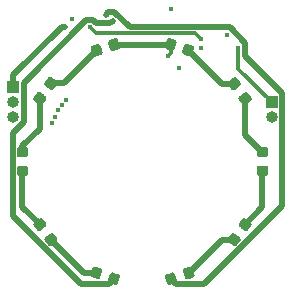
<source format=gbr>
G04 #@! TF.GenerationSoftware,KiCad,Pcbnew,(5.1.4)-1*
G04 #@! TF.CreationDate,2020-05-09T12:02:51-07:00*
G04 #@! TF.ProjectId,Kicad LED Rings_Circular_final,4b696361-6420-44c4-9544-2052696e6773,rev?*
G04 #@! TF.SameCoordinates,Original*
G04 #@! TF.FileFunction,Copper,L4,Bot*
G04 #@! TF.FilePolarity,Positive*
%FSLAX46Y46*%
G04 Gerber Fmt 4.6, Leading zero omitted, Abs format (unit mm)*
G04 Created by KiCad (PCBNEW (5.1.4)-1) date 2020-05-09 12:02:51*
%MOMM*%
%LPD*%
G04 APERTURE LIST*
%ADD10C,0.100000*%
%ADD11C,0.875000*%
%ADD12R,1.000000X1.000000*%
%ADD13O,1.000000X1.000000*%
%ADD14C,0.450000*%
%ADD15C,0.508000*%
%ADD16C,0.304800*%
G04 APERTURE END LIST*
D10*
G36*
X105655519Y-88811858D02*
G01*
X105676688Y-88815424D01*
X105697406Y-88821048D01*
X106113493Y-88956243D01*
X106133559Y-88963871D01*
X106152781Y-88973429D01*
X106170974Y-88984824D01*
X106187962Y-88997948D01*
X106203582Y-89012674D01*
X106217683Y-89028860D01*
X106230130Y-89046351D01*
X106240803Y-89064977D01*
X106249598Y-89084559D01*
X106256432Y-89104909D01*
X106261238Y-89125832D01*
X106263971Y-89147124D01*
X106264603Y-89168582D01*
X106263129Y-89189998D01*
X106259563Y-89211167D01*
X106253939Y-89231884D01*
X106095568Y-89719301D01*
X106087940Y-89739368D01*
X106078383Y-89758590D01*
X106066987Y-89776782D01*
X106053863Y-89793771D01*
X106039137Y-89809391D01*
X106022951Y-89823492D01*
X106005461Y-89835939D01*
X105986835Y-89846612D01*
X105967252Y-89855407D01*
X105946902Y-89862241D01*
X105925980Y-89867047D01*
X105904687Y-89869780D01*
X105883229Y-89870412D01*
X105861813Y-89868938D01*
X105840644Y-89865372D01*
X105819926Y-89859748D01*
X105403839Y-89724553D01*
X105383773Y-89716925D01*
X105364551Y-89707367D01*
X105346358Y-89695972D01*
X105329370Y-89682848D01*
X105313750Y-89668122D01*
X105299649Y-89651936D01*
X105287202Y-89634445D01*
X105276529Y-89615819D01*
X105267734Y-89596237D01*
X105260900Y-89575887D01*
X105256094Y-89554964D01*
X105253361Y-89533672D01*
X105252729Y-89512214D01*
X105254203Y-89490798D01*
X105257769Y-89469629D01*
X105263393Y-89448912D01*
X105421764Y-88961495D01*
X105429392Y-88941428D01*
X105438949Y-88922206D01*
X105450345Y-88904014D01*
X105463469Y-88887025D01*
X105478195Y-88871405D01*
X105494381Y-88857304D01*
X105511871Y-88844857D01*
X105530497Y-88834184D01*
X105550080Y-88825389D01*
X105570430Y-88818555D01*
X105591352Y-88813749D01*
X105612645Y-88811016D01*
X105634103Y-88810384D01*
X105655519Y-88811858D01*
X105655519Y-88811858D01*
G37*
D11*
X105758666Y-89340398D03*
D10*
G36*
X107153433Y-89298560D02*
G01*
X107174602Y-89302126D01*
X107195320Y-89307750D01*
X107611407Y-89442945D01*
X107631473Y-89450573D01*
X107650695Y-89460131D01*
X107668888Y-89471526D01*
X107685876Y-89484650D01*
X107701496Y-89499376D01*
X107715597Y-89515562D01*
X107728044Y-89533053D01*
X107738717Y-89551679D01*
X107747512Y-89571261D01*
X107754346Y-89591611D01*
X107759152Y-89612534D01*
X107761885Y-89633826D01*
X107762517Y-89655284D01*
X107761043Y-89676700D01*
X107757477Y-89697869D01*
X107751853Y-89718586D01*
X107593482Y-90206003D01*
X107585854Y-90226070D01*
X107576297Y-90245292D01*
X107564901Y-90263484D01*
X107551777Y-90280473D01*
X107537051Y-90296093D01*
X107520865Y-90310194D01*
X107503375Y-90322641D01*
X107484749Y-90333314D01*
X107465166Y-90342109D01*
X107444816Y-90348943D01*
X107423894Y-90353749D01*
X107402601Y-90356482D01*
X107381143Y-90357114D01*
X107359727Y-90355640D01*
X107338558Y-90352074D01*
X107317840Y-90346450D01*
X106901753Y-90211255D01*
X106881687Y-90203627D01*
X106862465Y-90194069D01*
X106844272Y-90182674D01*
X106827284Y-90169550D01*
X106811664Y-90154824D01*
X106797563Y-90138638D01*
X106785116Y-90121147D01*
X106774443Y-90102521D01*
X106765648Y-90082939D01*
X106758814Y-90062589D01*
X106754008Y-90041666D01*
X106751275Y-90020374D01*
X106750643Y-89998916D01*
X106752117Y-89977500D01*
X106755683Y-89956331D01*
X106761307Y-89935614D01*
X106919678Y-89448197D01*
X106927306Y-89428130D01*
X106936863Y-89408908D01*
X106948259Y-89390716D01*
X106961383Y-89373727D01*
X106976109Y-89358107D01*
X106992295Y-89344006D01*
X107009785Y-89331559D01*
X107028411Y-89320886D01*
X107047994Y-89312091D01*
X107068344Y-89305257D01*
X107089266Y-89300451D01*
X107110559Y-89297718D01*
X107132017Y-89297086D01*
X107153433Y-89298560D01*
X107153433Y-89298560D01*
G37*
D11*
X107256580Y-89827100D03*
D10*
G36*
X112203887Y-89301820D02*
G01*
X112225179Y-89304553D01*
X112246102Y-89309359D01*
X112266452Y-89316193D01*
X112286034Y-89324988D01*
X112304660Y-89335661D01*
X112322151Y-89348108D01*
X112338337Y-89362209D01*
X112353063Y-89377829D01*
X112366187Y-89394817D01*
X112377582Y-89413010D01*
X112387140Y-89432232D01*
X112394768Y-89452299D01*
X112553139Y-89939716D01*
X112558763Y-89960433D01*
X112562329Y-89981602D01*
X112563803Y-90003018D01*
X112563171Y-90024476D01*
X112560438Y-90045769D01*
X112555632Y-90066691D01*
X112548798Y-90087041D01*
X112540003Y-90106624D01*
X112529330Y-90125250D01*
X112516883Y-90142740D01*
X112502782Y-90158926D01*
X112487162Y-90173652D01*
X112470173Y-90186776D01*
X112451981Y-90198172D01*
X112432759Y-90207729D01*
X112412693Y-90215357D01*
X111996606Y-90350552D01*
X111975888Y-90356176D01*
X111954719Y-90359742D01*
X111933303Y-90361216D01*
X111911845Y-90360584D01*
X111890553Y-90357851D01*
X111869630Y-90353045D01*
X111849280Y-90346211D01*
X111829698Y-90337416D01*
X111811072Y-90326743D01*
X111793581Y-90314296D01*
X111777395Y-90300195D01*
X111762669Y-90284575D01*
X111749545Y-90267587D01*
X111738150Y-90249394D01*
X111728592Y-90230172D01*
X111720964Y-90210105D01*
X111562593Y-89722688D01*
X111556969Y-89701971D01*
X111553403Y-89680802D01*
X111551929Y-89659386D01*
X111552561Y-89637928D01*
X111555294Y-89616635D01*
X111560100Y-89595713D01*
X111566934Y-89575363D01*
X111575729Y-89555780D01*
X111586402Y-89537154D01*
X111598849Y-89519664D01*
X111612950Y-89503478D01*
X111628570Y-89488752D01*
X111645559Y-89475628D01*
X111663751Y-89464232D01*
X111682973Y-89454675D01*
X111703039Y-89447047D01*
X112119126Y-89311852D01*
X112139844Y-89306228D01*
X112161013Y-89302662D01*
X112182429Y-89301188D01*
X112203887Y-89301820D01*
X112203887Y-89301820D01*
G37*
D11*
X112057866Y-89831202D03*
D10*
G36*
X113701801Y-88815118D02*
G01*
X113723093Y-88817851D01*
X113744016Y-88822657D01*
X113764366Y-88829491D01*
X113783948Y-88838286D01*
X113802574Y-88848959D01*
X113820065Y-88861406D01*
X113836251Y-88875507D01*
X113850977Y-88891127D01*
X113864101Y-88908115D01*
X113875496Y-88926308D01*
X113885054Y-88945530D01*
X113892682Y-88965597D01*
X114051053Y-89453014D01*
X114056677Y-89473731D01*
X114060243Y-89494900D01*
X114061717Y-89516316D01*
X114061085Y-89537774D01*
X114058352Y-89559067D01*
X114053546Y-89579989D01*
X114046712Y-89600339D01*
X114037917Y-89619922D01*
X114027244Y-89638548D01*
X114014797Y-89656038D01*
X114000696Y-89672224D01*
X113985076Y-89686950D01*
X113968087Y-89700074D01*
X113949895Y-89711470D01*
X113930673Y-89721027D01*
X113910607Y-89728655D01*
X113494520Y-89863850D01*
X113473802Y-89869474D01*
X113452633Y-89873040D01*
X113431217Y-89874514D01*
X113409759Y-89873882D01*
X113388467Y-89871149D01*
X113367544Y-89866343D01*
X113347194Y-89859509D01*
X113327612Y-89850714D01*
X113308986Y-89840041D01*
X113291495Y-89827594D01*
X113275309Y-89813493D01*
X113260583Y-89797873D01*
X113247459Y-89780885D01*
X113236064Y-89762692D01*
X113226506Y-89743470D01*
X113218878Y-89723403D01*
X113060507Y-89235986D01*
X113054883Y-89215269D01*
X113051317Y-89194100D01*
X113049843Y-89172684D01*
X113050475Y-89151226D01*
X113053208Y-89129933D01*
X113058014Y-89109011D01*
X113064848Y-89088661D01*
X113073643Y-89069078D01*
X113084316Y-89050452D01*
X113096763Y-89032962D01*
X113110864Y-89016776D01*
X113126484Y-89002050D01*
X113143473Y-88988926D01*
X113161665Y-88977530D01*
X113180887Y-88967973D01*
X113200953Y-88960345D01*
X113617040Y-88825150D01*
X113637758Y-88819526D01*
X113658927Y-88815960D01*
X113680343Y-88814486D01*
X113701801Y-88815118D01*
X113701801Y-88815118D01*
G37*
D11*
X113555780Y-89344500D03*
D10*
G36*
X101991331Y-85968977D02*
G01*
X102012673Y-85971291D01*
X102033686Y-85975686D01*
X102054166Y-85982119D01*
X102073918Y-85990528D01*
X102092750Y-86000833D01*
X102110481Y-86012934D01*
X102126941Y-86026715D01*
X102141971Y-86042043D01*
X102155425Y-86058770D01*
X102412581Y-86412714D01*
X102424332Y-86430679D01*
X102434265Y-86449710D01*
X102442285Y-86469623D01*
X102448315Y-86490226D01*
X102452296Y-86511320D01*
X102454190Y-86532704D01*
X102453980Y-86554170D01*
X102451666Y-86575512D01*
X102447271Y-86596524D01*
X102440838Y-86617005D01*
X102432429Y-86636756D01*
X102422124Y-86655588D01*
X102410023Y-86673320D01*
X102396242Y-86689779D01*
X102380914Y-86704809D01*
X102364187Y-86718265D01*
X101949565Y-87019505D01*
X101931599Y-87031255D01*
X101912569Y-87041188D01*
X101892656Y-87049208D01*
X101872053Y-87055238D01*
X101850958Y-87059219D01*
X101829575Y-87061113D01*
X101808109Y-87060903D01*
X101786767Y-87058589D01*
X101765754Y-87054194D01*
X101745274Y-87047761D01*
X101725522Y-87039352D01*
X101706690Y-87029047D01*
X101688959Y-87016946D01*
X101672499Y-87003165D01*
X101657469Y-86987837D01*
X101644015Y-86971110D01*
X101386859Y-86617166D01*
X101375108Y-86599201D01*
X101365175Y-86580170D01*
X101357155Y-86560257D01*
X101351125Y-86539654D01*
X101347144Y-86518560D01*
X101345250Y-86497176D01*
X101345460Y-86475710D01*
X101347774Y-86454368D01*
X101352169Y-86433356D01*
X101358602Y-86412875D01*
X101367011Y-86393124D01*
X101377316Y-86374292D01*
X101389417Y-86356560D01*
X101403198Y-86340101D01*
X101418526Y-86325071D01*
X101435253Y-86311615D01*
X101849875Y-86010375D01*
X101867841Y-85998625D01*
X101886871Y-85988692D01*
X101906784Y-85980672D01*
X101927387Y-85974642D01*
X101948482Y-85970661D01*
X101969865Y-85968767D01*
X101991331Y-85968977D01*
X101991331Y-85968977D01*
G37*
D11*
X101899720Y-86514940D03*
D10*
G36*
X101065569Y-84694775D02*
G01*
X101086911Y-84697089D01*
X101107924Y-84701484D01*
X101128404Y-84707917D01*
X101148156Y-84716326D01*
X101166988Y-84726631D01*
X101184719Y-84738732D01*
X101201179Y-84752513D01*
X101216209Y-84767841D01*
X101229663Y-84784568D01*
X101486819Y-85138512D01*
X101498570Y-85156477D01*
X101508503Y-85175508D01*
X101516523Y-85195421D01*
X101522553Y-85216024D01*
X101526534Y-85237118D01*
X101528428Y-85258502D01*
X101528218Y-85279968D01*
X101525904Y-85301310D01*
X101521509Y-85322322D01*
X101515076Y-85342803D01*
X101506667Y-85362554D01*
X101496362Y-85381386D01*
X101484261Y-85399118D01*
X101470480Y-85415577D01*
X101455152Y-85430607D01*
X101438425Y-85444063D01*
X101023803Y-85745303D01*
X101005837Y-85757053D01*
X100986807Y-85766986D01*
X100966894Y-85775006D01*
X100946291Y-85781036D01*
X100925196Y-85785017D01*
X100903813Y-85786911D01*
X100882347Y-85786701D01*
X100861005Y-85784387D01*
X100839992Y-85779992D01*
X100819512Y-85773559D01*
X100799760Y-85765150D01*
X100780928Y-85754845D01*
X100763197Y-85742744D01*
X100746737Y-85728963D01*
X100731707Y-85713635D01*
X100718253Y-85696908D01*
X100461097Y-85342964D01*
X100449346Y-85324999D01*
X100439413Y-85305968D01*
X100431393Y-85286055D01*
X100425363Y-85265452D01*
X100421382Y-85244358D01*
X100419488Y-85222974D01*
X100419698Y-85201508D01*
X100422012Y-85180166D01*
X100426407Y-85159154D01*
X100432840Y-85138673D01*
X100441249Y-85118922D01*
X100451554Y-85100090D01*
X100463655Y-85082358D01*
X100477436Y-85065899D01*
X100492764Y-85050869D01*
X100509491Y-85037413D01*
X100924113Y-84736173D01*
X100942079Y-84724423D01*
X100961109Y-84714490D01*
X100981022Y-84706470D01*
X101001625Y-84700440D01*
X101022720Y-84696459D01*
X101044103Y-84694565D01*
X101065569Y-84694775D01*
X101065569Y-84694775D01*
G37*
D11*
X100973958Y-85240738D03*
D10*
G36*
X118296121Y-84714239D02*
G01*
X118317215Y-84718220D01*
X118337818Y-84724250D01*
X118357731Y-84732270D01*
X118376762Y-84742203D01*
X118394727Y-84753953D01*
X118809349Y-85055193D01*
X118826076Y-85068648D01*
X118841404Y-85083678D01*
X118855185Y-85100138D01*
X118867286Y-85117869D01*
X118877591Y-85136701D01*
X118886000Y-85156453D01*
X118892433Y-85176933D01*
X118896828Y-85197946D01*
X118899142Y-85219288D01*
X118899352Y-85240754D01*
X118897458Y-85262137D01*
X118893477Y-85283232D01*
X118887447Y-85303835D01*
X118879427Y-85323748D01*
X118869494Y-85342778D01*
X118857743Y-85360744D01*
X118600587Y-85714688D01*
X118587132Y-85731415D01*
X118572102Y-85746743D01*
X118555643Y-85760524D01*
X118537911Y-85772625D01*
X118519079Y-85782930D01*
X118499328Y-85791339D01*
X118478847Y-85797772D01*
X118457835Y-85802167D01*
X118436493Y-85804481D01*
X118415027Y-85804691D01*
X118393643Y-85802797D01*
X118372549Y-85798816D01*
X118351946Y-85792786D01*
X118332033Y-85784766D01*
X118313002Y-85774833D01*
X118295037Y-85763083D01*
X117880415Y-85461843D01*
X117863688Y-85448388D01*
X117848360Y-85433358D01*
X117834579Y-85416898D01*
X117822478Y-85399167D01*
X117812173Y-85380335D01*
X117803764Y-85360583D01*
X117797331Y-85340103D01*
X117792936Y-85319090D01*
X117790622Y-85297748D01*
X117790412Y-85276282D01*
X117792306Y-85254899D01*
X117796287Y-85233804D01*
X117802317Y-85213201D01*
X117810337Y-85193288D01*
X117820270Y-85174258D01*
X117832021Y-85156292D01*
X118089177Y-84802348D01*
X118102632Y-84785621D01*
X118117662Y-84770293D01*
X118134121Y-84756512D01*
X118151853Y-84744411D01*
X118170685Y-84734106D01*
X118190436Y-84725697D01*
X118210917Y-84719264D01*
X118231929Y-84714869D01*
X118253271Y-84712555D01*
X118274737Y-84712345D01*
X118296121Y-84714239D01*
X118296121Y-84714239D01*
G37*
D11*
X118344882Y-85258518D03*
D10*
G36*
X117370359Y-85988441D02*
G01*
X117391453Y-85992422D01*
X117412056Y-85998452D01*
X117431969Y-86006472D01*
X117451000Y-86016405D01*
X117468965Y-86028155D01*
X117883587Y-86329395D01*
X117900314Y-86342850D01*
X117915642Y-86357880D01*
X117929423Y-86374340D01*
X117941524Y-86392071D01*
X117951829Y-86410903D01*
X117960238Y-86430655D01*
X117966671Y-86451135D01*
X117971066Y-86472148D01*
X117973380Y-86493490D01*
X117973590Y-86514956D01*
X117971696Y-86536339D01*
X117967715Y-86557434D01*
X117961685Y-86578037D01*
X117953665Y-86597950D01*
X117943732Y-86616980D01*
X117931981Y-86634946D01*
X117674825Y-86988890D01*
X117661370Y-87005617D01*
X117646340Y-87020945D01*
X117629881Y-87034726D01*
X117612149Y-87046827D01*
X117593317Y-87057132D01*
X117573566Y-87065541D01*
X117553085Y-87071974D01*
X117532073Y-87076369D01*
X117510731Y-87078683D01*
X117489265Y-87078893D01*
X117467881Y-87076999D01*
X117446787Y-87073018D01*
X117426184Y-87066988D01*
X117406271Y-87058968D01*
X117387240Y-87049035D01*
X117369275Y-87037285D01*
X116954653Y-86736045D01*
X116937926Y-86722590D01*
X116922598Y-86707560D01*
X116908817Y-86691100D01*
X116896716Y-86673369D01*
X116886411Y-86654537D01*
X116878002Y-86634785D01*
X116871569Y-86614305D01*
X116867174Y-86593292D01*
X116864860Y-86571950D01*
X116864650Y-86550484D01*
X116866544Y-86529101D01*
X116870525Y-86508006D01*
X116876555Y-86487403D01*
X116884575Y-86467490D01*
X116894508Y-86448460D01*
X116906259Y-86430494D01*
X117163415Y-86076550D01*
X117176870Y-86059823D01*
X117191900Y-86044495D01*
X117208359Y-86030714D01*
X117226091Y-86018613D01*
X117244923Y-86008308D01*
X117264674Y-85999899D01*
X117285155Y-85993466D01*
X117306167Y-85989071D01*
X117327509Y-85986757D01*
X117348975Y-85986547D01*
X117370359Y-85988441D01*
X117370359Y-85988441D01*
G37*
D11*
X117419120Y-86532720D03*
D10*
G36*
X99766951Y-78686893D02*
G01*
X99788186Y-78690043D01*
X99809010Y-78695259D01*
X99829222Y-78702491D01*
X99848628Y-78711670D01*
X99867041Y-78722706D01*
X99884284Y-78735494D01*
X99900190Y-78749910D01*
X99914606Y-78765816D01*
X99927394Y-78783059D01*
X99938430Y-78801472D01*
X99947609Y-78820878D01*
X99954841Y-78841090D01*
X99960057Y-78861914D01*
X99963207Y-78883149D01*
X99964260Y-78904590D01*
X99964260Y-79342090D01*
X99963207Y-79363531D01*
X99960057Y-79384766D01*
X99954841Y-79405590D01*
X99947609Y-79425802D01*
X99938430Y-79445208D01*
X99927394Y-79463621D01*
X99914606Y-79480864D01*
X99900190Y-79496770D01*
X99884284Y-79511186D01*
X99867041Y-79523974D01*
X99848628Y-79535010D01*
X99829222Y-79544189D01*
X99809010Y-79551421D01*
X99788186Y-79556637D01*
X99766951Y-79559787D01*
X99745510Y-79560840D01*
X99233010Y-79560840D01*
X99211569Y-79559787D01*
X99190334Y-79556637D01*
X99169510Y-79551421D01*
X99149298Y-79544189D01*
X99129892Y-79535010D01*
X99111479Y-79523974D01*
X99094236Y-79511186D01*
X99078330Y-79496770D01*
X99063914Y-79480864D01*
X99051126Y-79463621D01*
X99040090Y-79445208D01*
X99030911Y-79425802D01*
X99023679Y-79405590D01*
X99018463Y-79384766D01*
X99015313Y-79363531D01*
X99014260Y-79342090D01*
X99014260Y-78904590D01*
X99015313Y-78883149D01*
X99018463Y-78861914D01*
X99023679Y-78841090D01*
X99030911Y-78820878D01*
X99040090Y-78801472D01*
X99051126Y-78783059D01*
X99063914Y-78765816D01*
X99078330Y-78749910D01*
X99094236Y-78735494D01*
X99111479Y-78722706D01*
X99129892Y-78711670D01*
X99149298Y-78702491D01*
X99169510Y-78695259D01*
X99190334Y-78690043D01*
X99211569Y-78686893D01*
X99233010Y-78685840D01*
X99745510Y-78685840D01*
X99766951Y-78686893D01*
X99766951Y-78686893D01*
G37*
D11*
X99489260Y-79123340D03*
D10*
G36*
X99766951Y-80261893D02*
G01*
X99788186Y-80265043D01*
X99809010Y-80270259D01*
X99829222Y-80277491D01*
X99848628Y-80286670D01*
X99867041Y-80297706D01*
X99884284Y-80310494D01*
X99900190Y-80324910D01*
X99914606Y-80340816D01*
X99927394Y-80358059D01*
X99938430Y-80376472D01*
X99947609Y-80395878D01*
X99954841Y-80416090D01*
X99960057Y-80436914D01*
X99963207Y-80458149D01*
X99964260Y-80479590D01*
X99964260Y-80917090D01*
X99963207Y-80938531D01*
X99960057Y-80959766D01*
X99954841Y-80980590D01*
X99947609Y-81000802D01*
X99938430Y-81020208D01*
X99927394Y-81038621D01*
X99914606Y-81055864D01*
X99900190Y-81071770D01*
X99884284Y-81086186D01*
X99867041Y-81098974D01*
X99848628Y-81110010D01*
X99829222Y-81119189D01*
X99809010Y-81126421D01*
X99788186Y-81131637D01*
X99766951Y-81134787D01*
X99745510Y-81135840D01*
X99233010Y-81135840D01*
X99211569Y-81134787D01*
X99190334Y-81131637D01*
X99169510Y-81126421D01*
X99149298Y-81119189D01*
X99129892Y-81110010D01*
X99111479Y-81098974D01*
X99094236Y-81086186D01*
X99078330Y-81071770D01*
X99063914Y-81055864D01*
X99051126Y-81038621D01*
X99040090Y-81020208D01*
X99030911Y-81000802D01*
X99023679Y-80980590D01*
X99018463Y-80959766D01*
X99015313Y-80938531D01*
X99014260Y-80917090D01*
X99014260Y-80479590D01*
X99015313Y-80458149D01*
X99018463Y-80436914D01*
X99023679Y-80416090D01*
X99030911Y-80395878D01*
X99040090Y-80376472D01*
X99051126Y-80358059D01*
X99063914Y-80340816D01*
X99078330Y-80324910D01*
X99094236Y-80310494D01*
X99111479Y-80297706D01*
X99129892Y-80286670D01*
X99149298Y-80277491D01*
X99169510Y-80270259D01*
X99190334Y-80265043D01*
X99211569Y-80261893D01*
X99233010Y-80260840D01*
X99745510Y-80260840D01*
X99766951Y-80261893D01*
X99766951Y-80261893D01*
G37*
D11*
X99489260Y-80698340D03*
D10*
G36*
X120092031Y-80246753D02*
G01*
X120113266Y-80249903D01*
X120134090Y-80255119D01*
X120154302Y-80262351D01*
X120173708Y-80271530D01*
X120192121Y-80282566D01*
X120209364Y-80295354D01*
X120225270Y-80309770D01*
X120239686Y-80325676D01*
X120252474Y-80342919D01*
X120263510Y-80361332D01*
X120272689Y-80380738D01*
X120279921Y-80400950D01*
X120285137Y-80421774D01*
X120288287Y-80443009D01*
X120289340Y-80464450D01*
X120289340Y-80901950D01*
X120288287Y-80923391D01*
X120285137Y-80944626D01*
X120279921Y-80965450D01*
X120272689Y-80985662D01*
X120263510Y-81005068D01*
X120252474Y-81023481D01*
X120239686Y-81040724D01*
X120225270Y-81056630D01*
X120209364Y-81071046D01*
X120192121Y-81083834D01*
X120173708Y-81094870D01*
X120154302Y-81104049D01*
X120134090Y-81111281D01*
X120113266Y-81116497D01*
X120092031Y-81119647D01*
X120070590Y-81120700D01*
X119558090Y-81120700D01*
X119536649Y-81119647D01*
X119515414Y-81116497D01*
X119494590Y-81111281D01*
X119474378Y-81104049D01*
X119454972Y-81094870D01*
X119436559Y-81083834D01*
X119419316Y-81071046D01*
X119403410Y-81056630D01*
X119388994Y-81040724D01*
X119376206Y-81023481D01*
X119365170Y-81005068D01*
X119355991Y-80985662D01*
X119348759Y-80965450D01*
X119343543Y-80944626D01*
X119340393Y-80923391D01*
X119339340Y-80901950D01*
X119339340Y-80464450D01*
X119340393Y-80443009D01*
X119343543Y-80421774D01*
X119348759Y-80400950D01*
X119355991Y-80380738D01*
X119365170Y-80361332D01*
X119376206Y-80342919D01*
X119388994Y-80325676D01*
X119403410Y-80309770D01*
X119419316Y-80295354D01*
X119436559Y-80282566D01*
X119454972Y-80271530D01*
X119474378Y-80262351D01*
X119494590Y-80255119D01*
X119515414Y-80249903D01*
X119536649Y-80246753D01*
X119558090Y-80245700D01*
X120070590Y-80245700D01*
X120092031Y-80246753D01*
X120092031Y-80246753D01*
G37*
D11*
X119814340Y-80683200D03*
D10*
G36*
X120092031Y-78671753D02*
G01*
X120113266Y-78674903D01*
X120134090Y-78680119D01*
X120154302Y-78687351D01*
X120173708Y-78696530D01*
X120192121Y-78707566D01*
X120209364Y-78720354D01*
X120225270Y-78734770D01*
X120239686Y-78750676D01*
X120252474Y-78767919D01*
X120263510Y-78786332D01*
X120272689Y-78805738D01*
X120279921Y-78825950D01*
X120285137Y-78846774D01*
X120288287Y-78868009D01*
X120289340Y-78889450D01*
X120289340Y-79326950D01*
X120288287Y-79348391D01*
X120285137Y-79369626D01*
X120279921Y-79390450D01*
X120272689Y-79410662D01*
X120263510Y-79430068D01*
X120252474Y-79448481D01*
X120239686Y-79465724D01*
X120225270Y-79481630D01*
X120209364Y-79496046D01*
X120192121Y-79508834D01*
X120173708Y-79519870D01*
X120154302Y-79529049D01*
X120134090Y-79536281D01*
X120113266Y-79541497D01*
X120092031Y-79544647D01*
X120070590Y-79545700D01*
X119558090Y-79545700D01*
X119536649Y-79544647D01*
X119515414Y-79541497D01*
X119494590Y-79536281D01*
X119474378Y-79529049D01*
X119454972Y-79519870D01*
X119436559Y-79508834D01*
X119419316Y-79496046D01*
X119403410Y-79481630D01*
X119388994Y-79465724D01*
X119376206Y-79448481D01*
X119365170Y-79430068D01*
X119355991Y-79410662D01*
X119348759Y-79390450D01*
X119343543Y-79369626D01*
X119340393Y-79348391D01*
X119339340Y-79326950D01*
X119339340Y-78889450D01*
X119340393Y-78868009D01*
X119343543Y-78846774D01*
X119348759Y-78825950D01*
X119355991Y-78805738D01*
X119365170Y-78786332D01*
X119376206Y-78767919D01*
X119388994Y-78750676D01*
X119403410Y-78734770D01*
X119419316Y-78720354D01*
X119436559Y-78707566D01*
X119454972Y-78696530D01*
X119474378Y-78687351D01*
X119494590Y-78680119D01*
X119515414Y-78674903D01*
X119536649Y-78671753D01*
X119558090Y-78670700D01*
X120070590Y-78670700D01*
X120092031Y-78671753D01*
X120092031Y-78671753D01*
G37*
D11*
X119814340Y-79108200D03*
D10*
G36*
X100912497Y-74016543D02*
G01*
X100933591Y-74020524D01*
X100954194Y-74026554D01*
X100974107Y-74034574D01*
X100993138Y-74044507D01*
X101011103Y-74056257D01*
X101425725Y-74357497D01*
X101442452Y-74370952D01*
X101457780Y-74385982D01*
X101471561Y-74402442D01*
X101483662Y-74420173D01*
X101493967Y-74439005D01*
X101502376Y-74458757D01*
X101508809Y-74479237D01*
X101513204Y-74500250D01*
X101515518Y-74521592D01*
X101515728Y-74543058D01*
X101513834Y-74564441D01*
X101509853Y-74585536D01*
X101503823Y-74606139D01*
X101495803Y-74626052D01*
X101485870Y-74645082D01*
X101474119Y-74663048D01*
X101216963Y-75016992D01*
X101203508Y-75033719D01*
X101188478Y-75049047D01*
X101172019Y-75062828D01*
X101154287Y-75074929D01*
X101135455Y-75085234D01*
X101115704Y-75093643D01*
X101095223Y-75100076D01*
X101074211Y-75104471D01*
X101052869Y-75106785D01*
X101031403Y-75106995D01*
X101010019Y-75105101D01*
X100988925Y-75101120D01*
X100968322Y-75095090D01*
X100948409Y-75087070D01*
X100929378Y-75077137D01*
X100911413Y-75065387D01*
X100496791Y-74764147D01*
X100480064Y-74750692D01*
X100464736Y-74735662D01*
X100450955Y-74719202D01*
X100438854Y-74701471D01*
X100428549Y-74682639D01*
X100420140Y-74662887D01*
X100413707Y-74642407D01*
X100409312Y-74621394D01*
X100406998Y-74600052D01*
X100406788Y-74578586D01*
X100408682Y-74557203D01*
X100412663Y-74536108D01*
X100418693Y-74515505D01*
X100426713Y-74495592D01*
X100436646Y-74476562D01*
X100448397Y-74458596D01*
X100705553Y-74104652D01*
X100719008Y-74087925D01*
X100734038Y-74072597D01*
X100750497Y-74058816D01*
X100768229Y-74046715D01*
X100787061Y-74036410D01*
X100806812Y-74028001D01*
X100827293Y-74021568D01*
X100848305Y-74017173D01*
X100869647Y-74014859D01*
X100891113Y-74014649D01*
X100912497Y-74016543D01*
X100912497Y-74016543D01*
G37*
D11*
X100961258Y-74560822D03*
D10*
G36*
X101838259Y-72742341D02*
G01*
X101859353Y-72746322D01*
X101879956Y-72752352D01*
X101899869Y-72760372D01*
X101918900Y-72770305D01*
X101936865Y-72782055D01*
X102351487Y-73083295D01*
X102368214Y-73096750D01*
X102383542Y-73111780D01*
X102397323Y-73128240D01*
X102409424Y-73145971D01*
X102419729Y-73164803D01*
X102428138Y-73184555D01*
X102434571Y-73205035D01*
X102438966Y-73226048D01*
X102441280Y-73247390D01*
X102441490Y-73268856D01*
X102439596Y-73290239D01*
X102435615Y-73311334D01*
X102429585Y-73331937D01*
X102421565Y-73351850D01*
X102411632Y-73370880D01*
X102399881Y-73388846D01*
X102142725Y-73742790D01*
X102129270Y-73759517D01*
X102114240Y-73774845D01*
X102097781Y-73788626D01*
X102080049Y-73800727D01*
X102061217Y-73811032D01*
X102041466Y-73819441D01*
X102020985Y-73825874D01*
X101999973Y-73830269D01*
X101978631Y-73832583D01*
X101957165Y-73832793D01*
X101935781Y-73830899D01*
X101914687Y-73826918D01*
X101894084Y-73820888D01*
X101874171Y-73812868D01*
X101855140Y-73802935D01*
X101837175Y-73791185D01*
X101422553Y-73489945D01*
X101405826Y-73476490D01*
X101390498Y-73461460D01*
X101376717Y-73445000D01*
X101364616Y-73427269D01*
X101354311Y-73408437D01*
X101345902Y-73388685D01*
X101339469Y-73368205D01*
X101335074Y-73347192D01*
X101332760Y-73325850D01*
X101332550Y-73304384D01*
X101334444Y-73283001D01*
X101338425Y-73261906D01*
X101344455Y-73241303D01*
X101352475Y-73221390D01*
X101362408Y-73202360D01*
X101374159Y-73184394D01*
X101631315Y-72830450D01*
X101644770Y-72813723D01*
X101659800Y-72798395D01*
X101676259Y-72784614D01*
X101693991Y-72772513D01*
X101712823Y-72762208D01*
X101732574Y-72753799D01*
X101753055Y-72747366D01*
X101774067Y-72742971D01*
X101795409Y-72740657D01*
X101816875Y-72740447D01*
X101838259Y-72742341D01*
X101838259Y-72742341D01*
G37*
D11*
X101887020Y-73286620D03*
D10*
G36*
X117501909Y-72766935D02*
G01*
X117523251Y-72769249D01*
X117544264Y-72773644D01*
X117564744Y-72780077D01*
X117584496Y-72788486D01*
X117603328Y-72798791D01*
X117621059Y-72810892D01*
X117637519Y-72824673D01*
X117652549Y-72840001D01*
X117666003Y-72856728D01*
X117923159Y-73210672D01*
X117934910Y-73228637D01*
X117944843Y-73247668D01*
X117952863Y-73267581D01*
X117958893Y-73288184D01*
X117962874Y-73309278D01*
X117964768Y-73330662D01*
X117964558Y-73352128D01*
X117962244Y-73373470D01*
X117957849Y-73394482D01*
X117951416Y-73414963D01*
X117943007Y-73434714D01*
X117932702Y-73453546D01*
X117920601Y-73471278D01*
X117906820Y-73487737D01*
X117891492Y-73502767D01*
X117874765Y-73516223D01*
X117460143Y-73817463D01*
X117442177Y-73829213D01*
X117423147Y-73839146D01*
X117403234Y-73847166D01*
X117382631Y-73853196D01*
X117361536Y-73857177D01*
X117340153Y-73859071D01*
X117318687Y-73858861D01*
X117297345Y-73856547D01*
X117276332Y-73852152D01*
X117255852Y-73845719D01*
X117236100Y-73837310D01*
X117217268Y-73827005D01*
X117199537Y-73814904D01*
X117183077Y-73801123D01*
X117168047Y-73785795D01*
X117154593Y-73769068D01*
X116897437Y-73415124D01*
X116885686Y-73397159D01*
X116875753Y-73378128D01*
X116867733Y-73358215D01*
X116861703Y-73337612D01*
X116857722Y-73316518D01*
X116855828Y-73295134D01*
X116856038Y-73273668D01*
X116858352Y-73252326D01*
X116862747Y-73231314D01*
X116869180Y-73210833D01*
X116877589Y-73191082D01*
X116887894Y-73172250D01*
X116899995Y-73154518D01*
X116913776Y-73138059D01*
X116929104Y-73123029D01*
X116945831Y-73109573D01*
X117360453Y-72808333D01*
X117378419Y-72796583D01*
X117397449Y-72786650D01*
X117417362Y-72778630D01*
X117437965Y-72772600D01*
X117459060Y-72768619D01*
X117480443Y-72766725D01*
X117501909Y-72766935D01*
X117501909Y-72766935D01*
G37*
D11*
X117410298Y-73312898D03*
D10*
G36*
X118427671Y-74041137D02*
G01*
X118449013Y-74043451D01*
X118470026Y-74047846D01*
X118490506Y-74054279D01*
X118510258Y-74062688D01*
X118529090Y-74072993D01*
X118546821Y-74085094D01*
X118563281Y-74098875D01*
X118578311Y-74114203D01*
X118591765Y-74130930D01*
X118848921Y-74484874D01*
X118860672Y-74502839D01*
X118870605Y-74521870D01*
X118878625Y-74541783D01*
X118884655Y-74562386D01*
X118888636Y-74583480D01*
X118890530Y-74604864D01*
X118890320Y-74626330D01*
X118888006Y-74647672D01*
X118883611Y-74668684D01*
X118877178Y-74689165D01*
X118868769Y-74708916D01*
X118858464Y-74727748D01*
X118846363Y-74745480D01*
X118832582Y-74761939D01*
X118817254Y-74776969D01*
X118800527Y-74790425D01*
X118385905Y-75091665D01*
X118367939Y-75103415D01*
X118348909Y-75113348D01*
X118328996Y-75121368D01*
X118308393Y-75127398D01*
X118287298Y-75131379D01*
X118265915Y-75133273D01*
X118244449Y-75133063D01*
X118223107Y-75130749D01*
X118202094Y-75126354D01*
X118181614Y-75119921D01*
X118161862Y-75111512D01*
X118143030Y-75101207D01*
X118125299Y-75089106D01*
X118108839Y-75075325D01*
X118093809Y-75059997D01*
X118080355Y-75043270D01*
X117823199Y-74689326D01*
X117811448Y-74671361D01*
X117801515Y-74652330D01*
X117793495Y-74632417D01*
X117787465Y-74611814D01*
X117783484Y-74590720D01*
X117781590Y-74569336D01*
X117781800Y-74547870D01*
X117784114Y-74526528D01*
X117788509Y-74505516D01*
X117794942Y-74485035D01*
X117803351Y-74465284D01*
X117813656Y-74446452D01*
X117825757Y-74428720D01*
X117839538Y-74412261D01*
X117854866Y-74397231D01*
X117871593Y-74383775D01*
X118286215Y-74082535D01*
X118304181Y-74070785D01*
X118323211Y-74060852D01*
X118343124Y-74052832D01*
X118363727Y-74046802D01*
X118384822Y-74042821D01*
X118406205Y-74040927D01*
X118427671Y-74041137D01*
X118427671Y-74041137D01*
G37*
D11*
X118336060Y-74587100D03*
D10*
G36*
X107415301Y-69480638D02*
G01*
X107436593Y-69483371D01*
X107457516Y-69488177D01*
X107477866Y-69495011D01*
X107497448Y-69503806D01*
X107516074Y-69514479D01*
X107533565Y-69526926D01*
X107549751Y-69541027D01*
X107564477Y-69556647D01*
X107577601Y-69573635D01*
X107588996Y-69591828D01*
X107598554Y-69611050D01*
X107606182Y-69631117D01*
X107764553Y-70118534D01*
X107770177Y-70139251D01*
X107773743Y-70160420D01*
X107775217Y-70181836D01*
X107774585Y-70203294D01*
X107771852Y-70224587D01*
X107767046Y-70245509D01*
X107760212Y-70265859D01*
X107751417Y-70285442D01*
X107740744Y-70304068D01*
X107728297Y-70321558D01*
X107714196Y-70337744D01*
X107698576Y-70352470D01*
X107681587Y-70365594D01*
X107663395Y-70376990D01*
X107644173Y-70386547D01*
X107624107Y-70394175D01*
X107208020Y-70529370D01*
X107187302Y-70534994D01*
X107166133Y-70538560D01*
X107144717Y-70540034D01*
X107123259Y-70539402D01*
X107101967Y-70536669D01*
X107081044Y-70531863D01*
X107060694Y-70525029D01*
X107041112Y-70516234D01*
X107022486Y-70505561D01*
X107004995Y-70493114D01*
X106988809Y-70479013D01*
X106974083Y-70463393D01*
X106960959Y-70446405D01*
X106949564Y-70428212D01*
X106940006Y-70408990D01*
X106932378Y-70388923D01*
X106774007Y-69901506D01*
X106768383Y-69880789D01*
X106764817Y-69859620D01*
X106763343Y-69838204D01*
X106763975Y-69816746D01*
X106766708Y-69795453D01*
X106771514Y-69774531D01*
X106778348Y-69754181D01*
X106787143Y-69734598D01*
X106797816Y-69715972D01*
X106810263Y-69698482D01*
X106824364Y-69682296D01*
X106839984Y-69667570D01*
X106856973Y-69654446D01*
X106875165Y-69643050D01*
X106894387Y-69633493D01*
X106914453Y-69625865D01*
X107330540Y-69490670D01*
X107351258Y-69485046D01*
X107372427Y-69481480D01*
X107393843Y-69480006D01*
X107415301Y-69480638D01*
X107415301Y-69480638D01*
G37*
D11*
X107269280Y-70010020D03*
D10*
G36*
X105917387Y-69967340D02*
G01*
X105938679Y-69970073D01*
X105959602Y-69974879D01*
X105979952Y-69981713D01*
X105999534Y-69990508D01*
X106018160Y-70001181D01*
X106035651Y-70013628D01*
X106051837Y-70027729D01*
X106066563Y-70043349D01*
X106079687Y-70060337D01*
X106091082Y-70078530D01*
X106100640Y-70097752D01*
X106108268Y-70117819D01*
X106266639Y-70605236D01*
X106272263Y-70625953D01*
X106275829Y-70647122D01*
X106277303Y-70668538D01*
X106276671Y-70689996D01*
X106273938Y-70711289D01*
X106269132Y-70732211D01*
X106262298Y-70752561D01*
X106253503Y-70772144D01*
X106242830Y-70790770D01*
X106230383Y-70808260D01*
X106216282Y-70824446D01*
X106200662Y-70839172D01*
X106183673Y-70852296D01*
X106165481Y-70863692D01*
X106146259Y-70873249D01*
X106126193Y-70880877D01*
X105710106Y-71016072D01*
X105689388Y-71021696D01*
X105668219Y-71025262D01*
X105646803Y-71026736D01*
X105625345Y-71026104D01*
X105604053Y-71023371D01*
X105583130Y-71018565D01*
X105562780Y-71011731D01*
X105543198Y-71002936D01*
X105524572Y-70992263D01*
X105507081Y-70979816D01*
X105490895Y-70965715D01*
X105476169Y-70950095D01*
X105463045Y-70933107D01*
X105451650Y-70914914D01*
X105442092Y-70895692D01*
X105434464Y-70875625D01*
X105276093Y-70388208D01*
X105270469Y-70367491D01*
X105266903Y-70346322D01*
X105265429Y-70324906D01*
X105266061Y-70303448D01*
X105268794Y-70282155D01*
X105273600Y-70261233D01*
X105280434Y-70240883D01*
X105289229Y-70221300D01*
X105299902Y-70202674D01*
X105312349Y-70185184D01*
X105326450Y-70168998D01*
X105342070Y-70154272D01*
X105359059Y-70141148D01*
X105377251Y-70129752D01*
X105396473Y-70120195D01*
X105416539Y-70112567D01*
X105832626Y-69977372D01*
X105853344Y-69971748D01*
X105874513Y-69968182D01*
X105895929Y-69966708D01*
X105917387Y-69967340D01*
X105917387Y-69967340D01*
G37*
D11*
X105771366Y-70496722D03*
D10*
G36*
X113432313Y-69951380D02*
G01*
X113453482Y-69954946D01*
X113474200Y-69960570D01*
X113890287Y-70095765D01*
X113910353Y-70103393D01*
X113929575Y-70112951D01*
X113947768Y-70124346D01*
X113964756Y-70137470D01*
X113980376Y-70152196D01*
X113994477Y-70168382D01*
X114006924Y-70185873D01*
X114017597Y-70204499D01*
X114026392Y-70224081D01*
X114033226Y-70244431D01*
X114038032Y-70265354D01*
X114040765Y-70286646D01*
X114041397Y-70308104D01*
X114039923Y-70329520D01*
X114036357Y-70350689D01*
X114030733Y-70371406D01*
X113872362Y-70858823D01*
X113864734Y-70878890D01*
X113855177Y-70898112D01*
X113843781Y-70916304D01*
X113830657Y-70933293D01*
X113815931Y-70948913D01*
X113799745Y-70963014D01*
X113782255Y-70975461D01*
X113763629Y-70986134D01*
X113744046Y-70994929D01*
X113723696Y-71001763D01*
X113702774Y-71006569D01*
X113681481Y-71009302D01*
X113660023Y-71009934D01*
X113638607Y-71008460D01*
X113617438Y-71004894D01*
X113596720Y-70999270D01*
X113180633Y-70864075D01*
X113160567Y-70856447D01*
X113141345Y-70846889D01*
X113123152Y-70835494D01*
X113106164Y-70822370D01*
X113090544Y-70807644D01*
X113076443Y-70791458D01*
X113063996Y-70773967D01*
X113053323Y-70755341D01*
X113044528Y-70735759D01*
X113037694Y-70715409D01*
X113032888Y-70694486D01*
X113030155Y-70673194D01*
X113029523Y-70651736D01*
X113030997Y-70630320D01*
X113034563Y-70609151D01*
X113040187Y-70588434D01*
X113198558Y-70101017D01*
X113206186Y-70080950D01*
X113215743Y-70061728D01*
X113227139Y-70043536D01*
X113240263Y-70026547D01*
X113254989Y-70010927D01*
X113271175Y-69996826D01*
X113288665Y-69984379D01*
X113307291Y-69973706D01*
X113326874Y-69964911D01*
X113347224Y-69958077D01*
X113368146Y-69953271D01*
X113389439Y-69950538D01*
X113410897Y-69949906D01*
X113432313Y-69951380D01*
X113432313Y-69951380D01*
G37*
D11*
X113535460Y-70479920D03*
D10*
G36*
X111934399Y-69464678D02*
G01*
X111955568Y-69468244D01*
X111976286Y-69473868D01*
X112392373Y-69609063D01*
X112412439Y-69616691D01*
X112431661Y-69626249D01*
X112449854Y-69637644D01*
X112466842Y-69650768D01*
X112482462Y-69665494D01*
X112496563Y-69681680D01*
X112509010Y-69699171D01*
X112519683Y-69717797D01*
X112528478Y-69737379D01*
X112535312Y-69757729D01*
X112540118Y-69778652D01*
X112542851Y-69799944D01*
X112543483Y-69821402D01*
X112542009Y-69842818D01*
X112538443Y-69863987D01*
X112532819Y-69884704D01*
X112374448Y-70372121D01*
X112366820Y-70392188D01*
X112357263Y-70411410D01*
X112345867Y-70429602D01*
X112332743Y-70446591D01*
X112318017Y-70462211D01*
X112301831Y-70476312D01*
X112284341Y-70488759D01*
X112265715Y-70499432D01*
X112246132Y-70508227D01*
X112225782Y-70515061D01*
X112204860Y-70519867D01*
X112183567Y-70522600D01*
X112162109Y-70523232D01*
X112140693Y-70521758D01*
X112119524Y-70518192D01*
X112098806Y-70512568D01*
X111682719Y-70377373D01*
X111662653Y-70369745D01*
X111643431Y-70360187D01*
X111625238Y-70348792D01*
X111608250Y-70335668D01*
X111592630Y-70320942D01*
X111578529Y-70304756D01*
X111566082Y-70287265D01*
X111555409Y-70268639D01*
X111546614Y-70249057D01*
X111539780Y-70228707D01*
X111534974Y-70207784D01*
X111532241Y-70186492D01*
X111531609Y-70165034D01*
X111533083Y-70143618D01*
X111536649Y-70122449D01*
X111542273Y-70101732D01*
X111700644Y-69614315D01*
X111708272Y-69594248D01*
X111717829Y-69575026D01*
X111729225Y-69556834D01*
X111742349Y-69539845D01*
X111757075Y-69524225D01*
X111773261Y-69510124D01*
X111790751Y-69497677D01*
X111809377Y-69487004D01*
X111828960Y-69478209D01*
X111849310Y-69471375D01*
X111870232Y-69466569D01*
X111891525Y-69463836D01*
X111912983Y-69463204D01*
X111934399Y-69464678D01*
X111934399Y-69464678D01*
G37*
D11*
X112037546Y-69993218D03*
D12*
X98680000Y-73630000D03*
D13*
X98680000Y-74900000D03*
X98680000Y-76170000D03*
D12*
X120611900Y-74899520D03*
D13*
X120611900Y-76169520D03*
D14*
X103210360Y-74673460D03*
X102859840Y-75125580D03*
X102532180Y-75585320D03*
X102235000Y-76111100D03*
X102001320Y-76631800D03*
X114581940Y-70271640D03*
X112748060Y-71963280D03*
X112087660Y-67020021D03*
X103723440Y-67843400D03*
X107119420Y-67978021D03*
X106535220Y-67499021D03*
X111785400Y-70947280D03*
X117782340Y-70335140D03*
X116850160Y-69212460D03*
X114579400Y-69557900D03*
X103098600Y-68491100D03*
X105173780Y-68493640D03*
D15*
X104725178Y-89340398D02*
X101899720Y-86514940D01*
X105758666Y-89340398D02*
X104725178Y-89340398D01*
X106810641Y-90273039D02*
X107256580Y-89827100D01*
X104439462Y-90273039D02*
X106810641Y-90273039D01*
X98658650Y-77457640D02*
X98658650Y-84492227D01*
X99583240Y-76533050D02*
X98658650Y-77457640D01*
X107119420Y-67978021D02*
X106894421Y-68203020D01*
X106894421Y-68203020D02*
X105742450Y-68203020D01*
X105742450Y-68203020D02*
X105452469Y-67913039D01*
X98658650Y-84492227D02*
X104439462Y-90273039D01*
X105452469Y-67913039D02*
X104895091Y-67913039D01*
X104895091Y-67913039D02*
X99583240Y-73224890D01*
X99583240Y-73224890D02*
X99583240Y-76533050D01*
X116367560Y-86532720D02*
X113555780Y-89344500D01*
X117419120Y-86532720D02*
X116367560Y-86532720D01*
X121467501Y-83702694D02*
X121467501Y-74115039D01*
X114893053Y-90277142D02*
X121467501Y-83702694D01*
X112503806Y-90277142D02*
X114893053Y-90277142D01*
X112057866Y-89831202D02*
X112503806Y-90277142D01*
X106760219Y-67274022D02*
X106535220Y-67499021D01*
X107277539Y-67274022D02*
X106760219Y-67274022D01*
X108564315Y-68560798D02*
X107277539Y-67274022D01*
X117041778Y-68560798D02*
X108564315Y-68560798D01*
X118362941Y-69881961D02*
X117041778Y-68560798D01*
X118362941Y-71010479D02*
X118362941Y-69881961D01*
X121467501Y-74115039D02*
X118362941Y-71010479D01*
X99489260Y-83756040D02*
X99489260Y-80698340D01*
X100973958Y-85240738D02*
X99489260Y-83756040D01*
X119814340Y-83789060D02*
X118344882Y-85258518D01*
X119814340Y-80683200D02*
X119814340Y-83789060D01*
X100961258Y-75191525D02*
X100961258Y-74560822D01*
X100961258Y-77113842D02*
X100961258Y-75191525D01*
X99489260Y-78585840D02*
X100961258Y-77113842D01*
X99489260Y-79123340D02*
X99489260Y-78585840D01*
X118336060Y-77629920D02*
X119814340Y-79108200D01*
X118336060Y-74587100D02*
X118336060Y-77629920D01*
X102981468Y-73286620D02*
X105771366Y-70496722D01*
X101887020Y-73286620D02*
X102981468Y-73286620D01*
X116368438Y-73312898D02*
X113535460Y-70479920D01*
X117410298Y-73312898D02*
X116368438Y-73312898D01*
X112020744Y-70010020D02*
X112037546Y-69993218D01*
X107269280Y-70010020D02*
X112020744Y-70010020D01*
D16*
X112037546Y-70695134D02*
X111785400Y-70947280D01*
X112037546Y-69993218D02*
X112037546Y-70695134D01*
X117782340Y-72069960D02*
X120611900Y-74899520D01*
X117782340Y-70335140D02*
X117782340Y-72069960D01*
D15*
X102810900Y-68491100D02*
X103098600Y-68491100D01*
X98680000Y-73630000D02*
X98680000Y-72622000D01*
X98680000Y-72622000D02*
X102810900Y-68491100D01*
D16*
X103101140Y-68493640D02*
X103098600Y-68491100D01*
X105398779Y-68718639D02*
X105173780Y-68493640D01*
X105748948Y-69068808D02*
X105398779Y-68718639D01*
X114090308Y-69068808D02*
X105748948Y-69068808D01*
X114579400Y-69557900D02*
X114090308Y-69068808D01*
M02*

</source>
